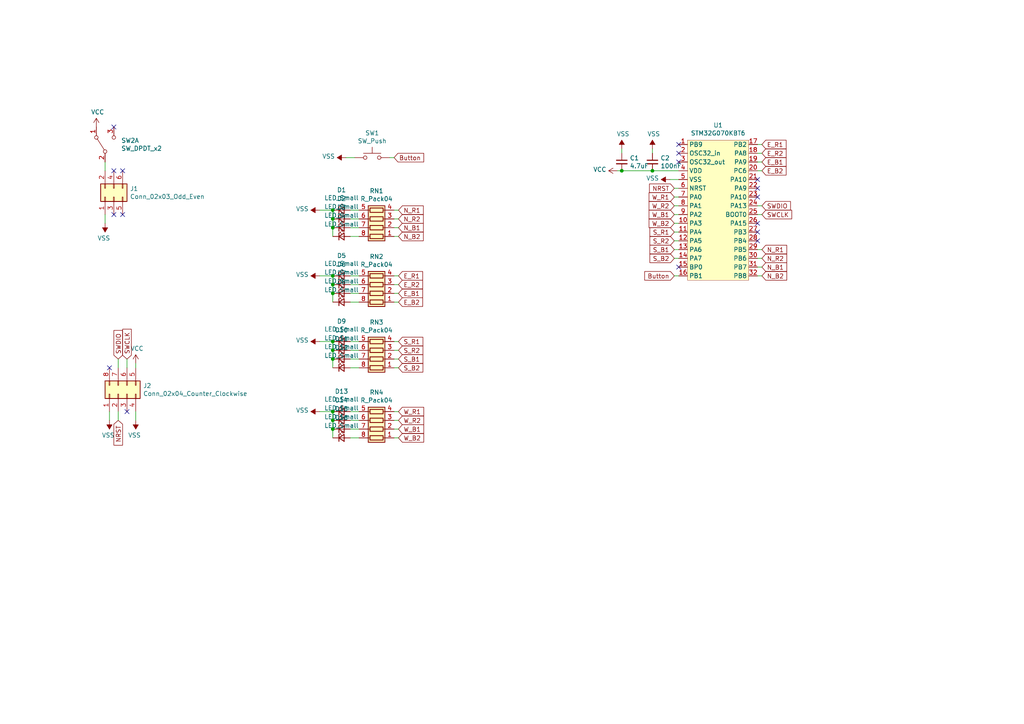
<source format=kicad_sch>
(kicad_sch (version 20200618) (host eeschema "(5.99.0-2031-g4c5f3cb5b)")
  (page 1 1)
  (paper "A4")
  (lib_symbols
    (symbol "Connector_Generic:Conn_02x03_Odd_Even" (pin_names hide)
      (property "Reference" "J" (at 1.27 5.08 0))
      (property "Value" "Conn_02x03_Odd_Even" (at 1.27 -5.08 0))
      (symbol "Conn_02x03_Odd_Even_1_1"
        (rectangle (start -1.27 -2.413) (end 0 -2.667) (stroke (width 0.1524)))
        (rectangle (start -1.27 2.667) (end 0 2.413) (stroke (width 0.1524)))
        (rectangle (start -1.27 3.81) (end 3.81 -3.81) (stroke (width 0.254)) (fill (type background)))
        (rectangle (start -1.27 0.127) (end 0 -0.127) (stroke (width 0.1524)))
        (rectangle (start 3.81 -2.413) (end 2.54 -2.667) (stroke (width 0.1524)))
        (rectangle (start 3.81 2.667) (end 2.54 2.413) (stroke (width 0.1524)))
        (rectangle (start 3.81 0.127) (end 2.54 -0.127) (stroke (width 0.1524)))
        (pin passive line (at -5.08 2.54 0) (length 3.81) (name "Pin_1") (number "1"))
        (pin passive line (at 7.62 2.54 180) (length 3.81) (name "Pin_2") (number "2"))
        (pin passive line (at -5.08 0 0) (length 3.81) (name "Pin_3") (number "3"))
        (pin passive line (at 7.62 0 180) (length 3.81) (name "Pin_4") (number "4"))
        (pin passive line (at -5.08 -2.54 0) (length 3.81) (name "Pin_5") (number "5"))
        (pin passive line (at 7.62 -2.54 180) (length 3.81) (name "Pin_6") (number "6"))
      )
    )
    (symbol "Connector_Generic:Conn_02x04_Counter_Clockwise" (pin_names hide)
      (property "Reference" "J" (at 1.27 5.08 0))
      (property "Value" "Conn_02x04_Counter_Clockwise" (at 1.27 -7.62 0))
      (symbol "Conn_02x04_Counter_Clockwise_1_1"
        (rectangle (start -1.27 -4.953) (end 0 -5.207) (stroke (width 0.1524)))
        (rectangle (start -1.27 -2.413) (end 0 -2.667) (stroke (width 0.1524)))
        (rectangle (start -1.27 2.667) (end 0 2.413) (stroke (width 0.1524)))
        (rectangle (start -1.27 3.81) (end 3.81 -6.35) (stroke (width 0.254)) (fill (type background)))
        (rectangle (start -1.27 0.127) (end 0 -0.127) (stroke (width 0.1524)))
        (rectangle (start 3.81 -4.953) (end 2.54 -5.207) (stroke (width 0.1524)))
        (rectangle (start 3.81 -2.413) (end 2.54 -2.667) (stroke (width 0.1524)))
        (rectangle (start 3.81 2.667) (end 2.54 2.413) (stroke (width 0.1524)))
        (rectangle (start 3.81 0.127) (end 2.54 -0.127) (stroke (width 0.1524)))
        (pin passive line (at -5.08 2.54 0) (length 3.81) (name "Pin_1") (number "1"))
        (pin passive line (at -5.08 0 0) (length 3.81) (name "Pin_2") (number "2"))
        (pin passive line (at -5.08 -2.54 0) (length 3.81) (name "Pin_3") (number "3"))
        (pin passive line (at -5.08 -5.08 0) (length 3.81) (name "Pin_4") (number "4"))
        (pin passive line (at 7.62 -5.08 180) (length 3.81) (name "Pin_5") (number "5"))
        (pin passive line (at 7.62 -2.54 180) (length 3.81) (name "Pin_6") (number "6"))
        (pin passive line (at 7.62 0 180) (length 3.81) (name "Pin_7") (number "7"))
        (pin passive line (at 7.62 2.54 180) (length 3.81) (name "Pin_8") (number "8"))
      )
    )
    (symbol "Device:C_Small" (pin_numbers hide) (pin_names (offset 0.254) hide)
      (property "Reference" "C" (at 0.254 1.778 0))
      (property "Value" "C_Small" (at 0.254 -2.032 0))
      (symbol "C_Small_0_1"
        (polyline (pts (xy -1.524 -0.508) (xy 1.524 -0.508)) (stroke (width 0.3302)))
        (polyline (pts (xy -1.524 0.508) (xy 1.524 0.508)) (stroke (width 0.3048)))
      )
      (symbol "C_Small_1_1"
        (pin passive line (at 0 2.54 270) (length 2.032) (name "~") (number "1"))
        (pin passive line (at 0 -2.54 90) (length 2.032) (name "~") (number "2"))
      )
    )
    (symbol "Device:LED_Small" (pin_numbers hide) (pin_names (offset 0.254) hide)
      (property "Reference" "D" (at -1.27 3.175 0))
      (property "Value" "LED_Small" (at -4.445 -2.54 0))
      (symbol "LED_Small_0_1"
        (polyline (pts (xy -0.762 -1.016) (xy -0.762 1.016)) (stroke (width 0.254)))
        (polyline (pts (xy 1.016 0) (xy -0.762 0)))
        (polyline (pts (xy 0.762 -1.016) (xy -0.762 0) (xy 0.762 1.016) (xy 0.762 -1.016)) (stroke (width 0.254)))
        (polyline (pts (xy 0 0.762) (xy -0.508 1.27) (xy -0.254 1.27) (xy -0.508 1.27) (xy -0.508 1.016)))
        (polyline (pts (xy 0.508 1.27) (xy 0 1.778) (xy 0.254 1.778) (xy 0 1.778) (xy 0 1.524)))
      )
      (symbol "LED_Small_1_1"
        (pin passive line (at -2.54 0 0) (length 1.778) (name "K") (number "1"))
        (pin passive line (at 2.54 0 180) (length 1.778) (name "A") (number "2"))
      )
    )
    (symbol "Device:R_Pack04" (pin_names (offset 0) hide)
      (property "Reference" "RN" (at -7.62 0 90))
      (property "Value" "R_Pack04" (at 5.08 0 90))
      (symbol "R_Pack04_0_1"
        (rectangle (start -3.175 1.905) (end -1.905 -1.905) (stroke (width 0.254)))
        (rectangle (start -5.715 1.905) (end -4.445 -1.905) (stroke (width 0.254)))
        (rectangle (start -0.635 1.905) (end 0.635 -1.905) (stroke (width 0.254)))
        (rectangle (start -6.35 -2.413) (end 3.81 2.413) (stroke (width 0.254)) (fill (type background)))
        (rectangle (start 1.905 1.905) (end 3.175 -1.905) (stroke (width 0.254)))
        (polyline (pts (xy -2.54 -2.54) (xy -2.54 -1.905)))
        (polyline (pts (xy -2.54 1.905) (xy -2.54 2.54)))
        (polyline (pts (xy -5.08 -2.54) (xy -5.08 -1.905)))
        (polyline (pts (xy -5.08 1.905) (xy -5.08 2.54)))
        (polyline (pts (xy 0 -2.54) (xy 0 -1.905)))
        (polyline (pts (xy 0 1.905) (xy 0 2.54)))
        (polyline (pts (xy 2.54 -2.54) (xy 2.54 -1.905)))
        (polyline (pts (xy 2.54 1.905) (xy 2.54 2.54)))
      )
      (symbol "R_Pack04_1_1"
        (pin passive line (at -5.08 -5.08 90) (length 2.54) (name "R1.1") (number "1"))
        (pin passive line (at -5.08 5.08 270) (length 2.54) (name "R1.2") (number "8"))
        (pin passive line (at -2.54 -5.08 90) (length 2.54) (name "R2.1") (number "2"))
        (pin passive line (at -2.54 5.08 270) (length 2.54) (name "R2.2") (number "7"))
        (pin passive line (at 0 -5.08 90) (length 2.54) (name "R3.1") (number "3"))
        (pin passive line (at 0 5.08 270) (length 2.54) (name "R3.2") (number "6"))
        (pin passive line (at 2.54 -5.08 90) (length 2.54) (name "R4.1") (number "4"))
        (pin passive line (at 2.54 5.08 270) (length 2.54) (name "R4.2") (number "5"))
      )
    )
    (symbol "InfMirror:STM32G070KBT6"
      (property "Reference" "U" (at 3.81 -22.86 0))
      (property "Value" "STM32G070KBT6" (at -3.81 20.32 0))
      (symbol "STM32G070KBT6_0_1"
        (rectangle (start -12.7 19.05) (end 5.08 -21.59) (stroke (width 0.001)) (fill (type background)))
      )
      (symbol "STM32G070KBT6_1_1"
        (pin input line (at -15.24 17.78 0) (length 2.54) (name "PB9") (number "1"))
        (pin input line (at -15.24 15.24 0) (length 2.54) (name "OSC32_in") (number "2"))
        (pin input line (at -15.24 12.7 0) (length 2.54) (name "OSC32_out") (number "3"))
        (pin input line (at -15.24 10.16 0) (length 2.54) (name "VDD") (number "4"))
        (pin input line (at -15.24 7.62 0) (length 2.54) (name "VSS") (number "5"))
        (pin input line (at -15.24 5.08 0) (length 2.54) (name "NRST") (number "6"))
        (pin input line (at -15.24 2.54 0) (length 2.54) (name "PA0") (number "7"))
        (pin input line (at -15.24 0 0) (length 2.54) (name "PA1") (number "8"))
        (pin input line (at -15.24 -2.54 0) (length 2.54) (name "PA2") (number "9"))
        (pin input line (at -15.24 -5.08 0) (length 2.54) (name "PA3") (number "10"))
        (pin input line (at -15.24 -7.62 0) (length 2.54) (name "PA4") (number "11"))
        (pin input line (at -15.24 -10.16 0) (length 2.54) (name "PA5") (number "12"))
        (pin input line (at -15.24 -12.7 0) (length 2.54) (name "PA6") (number "13"))
        (pin input line (at -15.24 -15.24 0) (length 2.54) (name "PA7") (number "14"))
        (pin input line (at -15.24 -17.78 0) (length 2.54) (name "BP0") (number "15"))
        (pin input line (at -15.24 -20.32 0) (length 2.54) (name "PB1") (number "16"))
        (pin input line (at 7.62 17.78 180) (length 2.54) (name "PB2") (number "17"))
        (pin input line (at 7.62 15.24 180) (length 2.54) (name "PA8") (number "18"))
        (pin input line (at 7.62 12.7 180) (length 2.54) (name "PA9") (number "19"))
        (pin input line (at 7.62 10.16 180) (length 2.54) (name "PC6") (number "20"))
        (pin input line (at 7.62 7.62 180) (length 2.54) (name "PA10") (number "21"))
        (pin input line (at 7.62 5.08 180) (length 2.54) (name "PA9") (number "22"))
        (pin input line (at 7.62 2.54 180) (length 2.54) (name "PA10") (number "23"))
        (pin input line (at 7.62 0 180) (length 2.54) (name "PA13") (number "24"))
        (pin input line (at 7.62 -2.54 180) (length 2.54) (name "BOOT0") (number "25"))
        (pin input line (at 7.62 -5.08 180) (length 2.54) (name "PA15") (number "26"))
        (pin input line (at 7.62 -7.62 180) (length 2.54) (name "PB3") (number "27"))
        (pin input line (at 7.62 -10.16 180) (length 2.54) (name "PB4") (number "28"))
        (pin input line (at 7.62 -12.7 180) (length 2.54) (name "PB5") (number "29"))
        (pin input line (at 7.62 -15.24 180) (length 2.54) (name "PB6") (number "30"))
        (pin input line (at 7.62 -17.78 180) (length 2.54) (name "PB7") (number "31"))
        (pin input line (at 7.62 -20.32 180) (length 2.54) (name "PB8") (number "32"))
      )
    )
    (symbol "Switch:SW_DPDT_x2" (pin_names (offset 0) hide)
      (property "Reference" "SW" (at 0 4.318 0))
      (property "Value" "SW_DPDT_x2" (at 0 -5.08 0))
      (symbol "SW_DPDT_x2_0_0"
        (circle (center -2.032 0) (radius 0.508))
        (circle (center 2.032 -2.54) (radius 0.508))
      )
      (symbol "SW_DPDT_x2_0_1"
        (circle (center 2.032 2.54) (radius 0.508))
        (polyline (pts (xy -1.524 0.254) (xy 1.651 2.286)))
      )
      (symbol "SW_DPDT_x2_1_1"
        (pin passive line (at 5.08 2.54 180) (length 2.54) (name "A") (number "1"))
        (pin passive line (at -5.08 0 0) (length 2.54) (name "B") (number "2"))
        (pin passive line (at 5.08 -2.54 180) (length 2.54) (name "C") (number "3"))
      )
      (symbol "SW_DPDT_x2_2_1"
        (pin passive line (at 5.08 2.54 180) (length 2.54) (name "A") (number "4"))
        (pin passive line (at -5.08 0 0) (length 2.54) (name "B") (number "5"))
        (pin passive line (at 5.08 -2.54 180) (length 2.54) (name "C") (number "6"))
      )
    )
    (symbol "Switch:SW_Push" (pin_numbers hide) (pin_names hide)
      (property "Reference" "SW" (at 1.27 2.54 0))
      (property "Value" "SW_Push" (at 0 -1.524 0))
      (symbol "SW_Push_0_1"
        (circle (center -2.032 0) (radius 0.508))
        (circle (center 2.032 0) (radius 0.508))
        (polyline (pts (xy 0 1.27) (xy 0 3.048)))
        (polyline (pts (xy 2.54 1.27) (xy -2.54 1.27)))
        (pin passive line (at -5.08 0 0) (length 2.54) (name "1") (number "1"))
        (pin passive line (at 5.08 0 180) (length 2.54) (name "2") (number "2"))
      )
    )
    (symbol "power:VCC" (power) (pin_names (offset 0))
      (property "Value" "VCC" (at 0 3.81 0))
      (symbol "VCC_0_1"
        (polyline (pts (xy -0.762 1.27) (xy 0 2.54)))
        (polyline (pts (xy 0 0) (xy 0 2.54)))
        (polyline (pts (xy 0 2.54) (xy 0.762 1.27)))
      )
      (symbol "VCC_1_1"
        (pin power_in line (at 0 0 90) (length 0) hide (name "VCC") (number "1"))
      )
    )
    (symbol "power:VSS" (power) (pin_names (offset 0))
      (property "Value" "VSS" (at 0 3.81 0))
      (symbol "VSS_0_1"
        (polyline (pts (xy 0 0) (xy 0 2.54)))
        (polyline (pts (xy 0.762 1.27) (xy -0.762 1.27) (xy 0 2.54) (xy 0.762 1.27)) (fill (type outline)))
      )
      (symbol "VSS_1_1"
        (pin power_in line (at 0 0 90) (length 0) hide (name "VSS") (number "1"))
      )
    )
  )
  (junction (at 96.52 60.96))
  (junction (at 96.52 63.5))
  (junction (at 96.52 66.04))
  (junction (at 96.52 80.01))
  (junction (at 96.52 82.55))
  (junction (at 96.52 85.09))
  (junction (at 96.52 99.06))
  (junction (at 96.52 101.6))
  (junction (at 96.52 104.14))
  (junction (at 96.52 119.38))
  (junction (at 96.52 121.92))
  (junction (at 96.52 124.46))
  (junction (at 180.34 49.53))
  (junction (at 189.23 49.53))
  (no_connect (at 33.02 49.53))
  (no_connect (at 33.02 62.23))
  (no_connect (at 35.56 49.53))
  (no_connect (at 35.56 62.23))
  (no_connect (at 196.85 41.91))
  (no_connect (at 196.85 44.45))
  (no_connect (at 196.85 46.99))
  (no_connect (at 196.85 77.47))
  (no_connect (at 219.71 52.07))
  (no_connect (at 219.71 54.61))
  (no_connect (at 219.71 57.15))
  (no_connect (at 219.71 64.77))
  (no_connect (at 219.71 67.31))
  (no_connect (at 219.71 69.85))
  (no_connect (at 33.02 36.83))
  (no_connect (at 36.83 119.38))
  (no_connect (at 31.75 106.68))
  (wire (pts (xy 30.48 46.99) (xy 30.48 49.53)))
  (wire (pts (xy 30.48 62.23) (xy 30.48 64.77)))
  (wire (pts (xy 31.75 119.38) (xy 31.75 121.92)))
  (wire (pts (xy 34.29 104.14) (xy 34.29 106.68)))
  (wire (pts (xy 34.29 119.38) (xy 34.29 121.92)))
  (wire (pts (xy 36.83 104.14) (xy 36.83 106.68)))
  (wire (pts (xy 39.37 105.41) (xy 39.37 106.68)))
  (wire (pts (xy 39.37 119.38) (xy 39.37 121.92)))
  (wire (pts (xy 92.71 60.96) (xy 96.52 60.96)))
  (wire (pts (xy 92.71 80.01) (xy 96.52 80.01)))
  (wire (pts (xy 92.71 99.06) (xy 96.52 99.06)))
  (wire (pts (xy 92.71 119.38) (xy 96.52 119.38)))
  (wire (pts (xy 96.52 60.96) (xy 96.52 63.5)))
  (wire (pts (xy 96.52 63.5) (xy 96.52 66.04)))
  (wire (pts (xy 96.52 66.04) (xy 96.52 68.58)))
  (wire (pts (xy 96.52 80.01) (xy 96.52 82.55)))
  (wire (pts (xy 96.52 82.55) (xy 96.52 85.09)))
  (wire (pts (xy 96.52 85.09) (xy 96.52 87.63)))
  (wire (pts (xy 96.52 99.06) (xy 96.52 101.6)))
  (wire (pts (xy 96.52 101.6) (xy 96.52 104.14)))
  (wire (pts (xy 96.52 104.14) (xy 96.52 106.68)))
  (wire (pts (xy 96.52 119.38) (xy 96.52 121.92)))
  (wire (pts (xy 96.52 121.92) (xy 96.52 124.46)))
  (wire (pts (xy 96.52 124.46) (xy 96.52 127)))
  (wire (pts (xy 100.33 45.72) (xy 102.87 45.72)))
  (wire (pts (xy 101.6 60.96) (xy 104.14 60.96)))
  (wire (pts (xy 101.6 63.5) (xy 104.14 63.5)))
  (wire (pts (xy 101.6 66.04) (xy 104.14 66.04)))
  (wire (pts (xy 101.6 68.58) (xy 104.14 68.58)))
  (wire (pts (xy 101.6 80.01) (xy 104.14 80.01)))
  (wire (pts (xy 101.6 82.55) (xy 104.14 82.55)))
  (wire (pts (xy 101.6 85.09) (xy 104.14 85.09)))
  (wire (pts (xy 101.6 87.63) (xy 104.14 87.63)))
  (wire (pts (xy 101.6 99.06) (xy 104.14 99.06)))
  (wire (pts (xy 101.6 101.6) (xy 104.14 101.6)))
  (wire (pts (xy 101.6 104.14) (xy 104.14 104.14)))
  (wire (pts (xy 101.6 106.68) (xy 104.14 106.68)))
  (wire (pts (xy 101.6 119.38) (xy 104.14 119.38)))
  (wire (pts (xy 101.6 121.92) (xy 104.14 121.92)))
  (wire (pts (xy 101.6 124.46) (xy 104.14 124.46)))
  (wire (pts (xy 101.6 127) (xy 104.14 127)))
  (wire (pts (xy 113.03 45.72) (xy 114.3 45.72)))
  (wire (pts (xy 114.3 60.96) (xy 115.57 60.96)))
  (wire (pts (xy 114.3 63.5) (xy 115.57 63.5)))
  (wire (pts (xy 114.3 66.04) (xy 115.57 66.04)))
  (wire (pts (xy 114.3 68.58) (xy 115.57 68.58)))
  (wire (pts (xy 114.3 80.01) (xy 115.57 80.01)))
  (wire (pts (xy 114.3 82.55) (xy 115.57 82.55)))
  (wire (pts (xy 114.3 85.09) (xy 115.57 85.09)))
  (wire (pts (xy 114.3 87.63) (xy 115.57 87.63)))
  (wire (pts (xy 114.3 99.06) (xy 115.57 99.06)))
  (wire (pts (xy 114.3 101.6) (xy 115.57 101.6)))
  (wire (pts (xy 114.3 104.14) (xy 115.57 104.14)))
  (wire (pts (xy 114.3 106.68) (xy 115.57 106.68)))
  (wire (pts (xy 114.3 119.38) (xy 115.57 119.38)))
  (wire (pts (xy 114.3 121.92) (xy 115.57 121.92)))
  (wire (pts (xy 114.3 124.46) (xy 115.57 124.46)))
  (wire (pts (xy 114.3 127) (xy 115.57 127)))
  (wire (pts (xy 179.07 49.53) (xy 180.34 49.53)))
  (wire (pts (xy 180.34 43.18) (xy 180.34 44.45)))
  (wire (pts (xy 180.34 49.53) (xy 189.23 49.53)))
  (wire (pts (xy 189.23 43.18) (xy 189.23 44.45)))
  (wire (pts (xy 189.23 49.53) (xy 196.85 49.53)))
  (wire (pts (xy 194.31 52.07) (xy 196.85 52.07)))
  (wire (pts (xy 195.58 54.61) (xy 196.85 54.61)))
  (wire (pts (xy 195.58 57.15) (xy 196.85 57.15)))
  (wire (pts (xy 195.58 59.69) (xy 196.85 59.69)))
  (wire (pts (xy 195.58 62.23) (xy 196.85 62.23)))
  (wire (pts (xy 195.58 64.77) (xy 196.85 64.77)))
  (wire (pts (xy 195.58 67.31) (xy 196.85 67.31)))
  (wire (pts (xy 195.58 69.85) (xy 196.85 69.85)))
  (wire (pts (xy 195.58 72.39) (xy 196.85 72.39)))
  (wire (pts (xy 195.58 74.93) (xy 196.85 74.93)))
  (wire (pts (xy 195.58 80.01) (xy 196.85 80.01)))
  (wire (pts (xy 219.71 41.91) (xy 220.98 41.91)))
  (wire (pts (xy 219.71 44.45) (xy 220.98 44.45)))
  (wire (pts (xy 219.71 46.99) (xy 220.98 46.99)))
  (wire (pts (xy 219.71 49.53) (xy 220.98 49.53)))
  (wire (pts (xy 219.71 59.69) (xy 220.98 59.69)))
  (wire (pts (xy 219.71 62.23) (xy 220.98 62.23)))
  (wire (pts (xy 219.71 72.39) (xy 220.98 72.39)))
  (wire (pts (xy 219.71 74.93) (xy 220.98 74.93)))
  (wire (pts (xy 219.71 77.47) (xy 220.98 77.47)))
  (wire (pts (xy 219.71 80.01) (xy 220.98 80.01)))
  (global_label "SWDIO" (shape input) (at 34.29 104.14 90))
  (global_label "NRST" (shape input) (at 34.29 121.92 270))
  (global_label "SWCLK" (shape input) (at 36.83 104.14 90))
  (global_label "Button" (shape input) (at 114.3 45.72 0))
  (global_label "N_R1" (shape input) (at 115.57 60.96 0))
  (global_label "N_R2" (shape input) (at 115.57 63.5 0))
  (global_label "N_B1" (shape input) (at 115.57 66.04 0))
  (global_label "N_B2" (shape input) (at 115.57 68.58 0))
  (global_label "E_R1" (shape input) (at 115.57 80.01 0))
  (global_label "E_R2" (shape input) (at 115.57 82.55 0))
  (global_label "E_B1" (shape input) (at 115.57 85.09 0))
  (global_label "E_B2" (shape input) (at 115.57 87.63 0))
  (global_label "S_R1" (shape input) (at 115.57 99.06 0))
  (global_label "S_R2" (shape input) (at 115.57 101.6 0))
  (global_label "S_B1" (shape input) (at 115.57 104.14 0))
  (global_label "S_B2" (shape input) (at 115.57 106.68 0))
  (global_label "W_R1" (shape input) (at 115.57 119.38 0))
  (global_label "W_R2" (shape input) (at 115.57 121.92 0))
  (global_label "W_B1" (shape input) (at 115.57 124.46 0))
  (global_label "W_B2" (shape input) (at 115.57 127 0))
  (global_label "NRST" (shape input) (at 195.58 54.61 180))
  (global_label "W_R1" (shape input) (at 195.58 57.15 180))
  (global_label "W_R2" (shape input) (at 195.58 59.69 180))
  (global_label "W_B1" (shape input) (at 195.58 62.23 180))
  (global_label "W_B2" (shape input) (at 195.58 64.77 180))
  (global_label "S_R1" (shape input) (at 195.58 67.31 180))
  (global_label "S_R2" (shape input) (at 195.58 69.85 180))
  (global_label "S_B1" (shape input) (at 195.58 72.39 180))
  (global_label "S_B2" (shape input) (at 195.58 74.93 180))
  (global_label "Button" (shape input) (at 195.58 80.01 180))
  (global_label "E_R1" (shape input) (at 220.98 41.91 0))
  (global_label "E_R2" (shape input) (at 220.98 44.45 0))
  (global_label "E_B1" (shape input) (at 220.98 46.99 0))
  (global_label "E_B2" (shape input) (at 220.98 49.53 0))
  (global_label "SWDIO" (shape input) (at 220.98 59.69 0))
  (global_label "SWCLK" (shape input) (at 220.98 62.23 0))
  (global_label "N_R1" (shape input) (at 220.98 72.39 0))
  (global_label "N_R2" (shape input) (at 220.98 74.93 0))
  (global_label "N_B1" (shape input) (at 220.98 77.47 0))
  (global_label "N_B2" (shape input) (at 220.98 80.01 0))
  (symbol (lib_id "power:VCC") (at 27.94 36.83 0) (unit 1)
    (property "Reference" "#PWR04" (effects hide))
    (property "Value" "VCC" (at 28.3083 32.5056 0))
  )
  (symbol (lib_id "power:VSS") (at 30.48 64.77 180) (unit 1)
    (property "Reference" "#PWR08" (effects hide))
    (property "Value" "VSS" (at 30.1117 69.0944 0))
  )
  (symbol (lib_id "power:VSS") (at 31.75 121.92 180) (unit 1)
    (property "Reference" "#PWR011" (effects hide))
    (property "Value" "VSS" (at 31.3817 126.2444 0))
  )
  (symbol (lib_id "power:VCC") (at 39.37 105.41 0) (unit 1)
    (property "Reference" "#PWR09" (effects hide))
    (property "Value" "VCC" (at 39.7383 101.0856 0))
  )
  (symbol (lib_id "power:VSS") (at 39.37 121.92 180) (unit 1)
    (property "Reference" "#PWR?" (effects hide))
    (property "Value" "VSS" (at 39.0017 126.2444 0))
  )
  (symbol (lib_id "power:VSS") (at 92.71 60.96 90) (unit 1)
    (property "Reference" "#PWR07" (effects hide))
    (property "Value" "VSS" (at 89.5349 60.5917 90) (effects (justify left)))
  )
  (symbol (lib_id "power:VSS") (at 92.71 80.01 90) (unit 1)
    (property "Reference" "#PWR010" (effects hide))
    (property "Value" "VSS" (at 89.5349 79.6417 90) (effects (justify left)))
  )
  (symbol (lib_id "power:VSS") (at 92.71 99.06 90) (unit 1)
    (property "Reference" "#PWR012" (effects hide))
    (property "Value" "VSS" (at 89.5349 98.6917 90) (effects (justify left)))
  )
  (symbol (lib_id "power:VSS") (at 92.71 119.38 90) (unit 1)
    (property "Reference" "#PWR013" (effects hide))
    (property "Value" "VSS" (at 89.5349 119.0117 90) (effects (justify left)))
  )
  (symbol (lib_id "power:VSS") (at 100.33 45.72 90) (unit 1)
    (property "Reference" "#PWR03" (effects hide))
    (property "Value" "VSS" (at 97.1549 45.3517 90) (effects (justify left)))
  )
  (symbol (lib_id "power:VCC") (at 179.07 49.53 90) (unit 1)
    (property "Reference" "#PWR05" (effects hide))
    (property "Value" "VCC" (at 175.8949 49.1617 90) (effects (justify left)))
  )
  (symbol (lib_id "power:VSS") (at 180.34 43.18 0) (unit 1)
    (property "Reference" "#PWR01" (effects hide))
    (property "Value" "VSS" (at 180.7083 38.8556 0))
  )
  (symbol (lib_id "power:VSS") (at 189.23 43.18 0) (unit 1)
    (property "Reference" "#PWR02" (effects hide))
    (property "Value" "VSS" (at 189.5983 38.8556 0))
  )
  (symbol (lib_id "power:VSS") (at 194.31 52.07 90) (unit 1)
    (property "Reference" "#PWR06" (effects hide))
    (property "Value" "VSS" (at 191.1349 51.7017 90) (effects (justify left)))
  )
  (symbol (lib_id "Device:LED_Small") (at 99.06 60.96 0) (unit 1)
    (property "Reference" "D1" (at 99.06 55.0988 0))
    (property "Value" "LED_Small" (at 99.06 57.3975 0))
    (property "Footprint" "LED_SMD:LED_0603_1608Metric" (effects hide))
  )
  (symbol (lib_id "Device:LED_Small") (at 99.06 63.5 0) (unit 1)
    (property "Reference" "D2" (at 99.06 57.6388 0))
    (property "Value" "LED_Small" (at 99.06 59.9375 0))
    (property "Footprint" "LED_SMD:LED_0603_1608Metric" (effects hide))
  )
  (symbol (lib_id "Device:LED_Small") (at 99.06 66.04 0) (unit 1)
    (property "Reference" "D3" (at 99.06 60.1788 0))
    (property "Value" "LED_Small" (at 99.06 62.4775 0))
    (property "Footprint" "LED_SMD:LED_0603_1608Metric" (effects hide))
  )
  (symbol (lib_id "Device:LED_Small") (at 99.06 68.58 0) (unit 1)
    (property "Reference" "D4" (at 99.06 62.7188 0))
    (property "Value" "LED_Small" (at 99.06 65.0175 0))
    (property "Footprint" "LED_SMD:LED_0603_1608Metric" (effects hide))
  )
  (symbol (lib_id "Device:LED_Small") (at 99.06 80.01 0) (unit 1)
    (property "Reference" "D5" (at 99.06 74.1488 0))
    (property "Value" "LED_Small" (at 99.06 76.4475 0))
    (property "Footprint" "LED_SMD:LED_0603_1608Metric" (effects hide))
  )
  (symbol (lib_id "Device:LED_Small") (at 99.06 82.55 0) (unit 1)
    (property "Reference" "D6" (at 99.06 76.6888 0))
    (property "Value" "LED_Small" (at 99.06 78.9875 0))
    (property "Footprint" "LED_SMD:LED_0603_1608Metric" (effects hide))
  )
  (symbol (lib_id "Device:LED_Small") (at 99.06 85.09 0) (unit 1)
    (property "Reference" "D7" (at 99.06 79.2288 0))
    (property "Value" "LED_Small" (at 99.06 81.5275 0))
    (property "Footprint" "LED_SMD:LED_0603_1608Metric" (effects hide))
  )
  (symbol (lib_id "Device:LED_Small") (at 99.06 87.63 0) (unit 1)
    (property "Reference" "D8" (at 99.06 81.7688 0))
    (property "Value" "LED_Small" (at 99.06 84.0675 0))
    (property "Footprint" "LED_SMD:LED_0603_1608Metric" (effects hide))
  )
  (symbol (lib_id "Device:LED_Small") (at 99.06 99.06 0) (unit 1)
    (property "Reference" "D9" (at 99.06 93.1988 0))
    (property "Value" "LED_Small" (at 99.06 95.4975 0))
    (property "Footprint" "LED_SMD:LED_0603_1608Metric" (effects hide))
  )
  (symbol (lib_id "Device:LED_Small") (at 99.06 101.6 0) (unit 1)
    (property "Reference" "D10" (at 99.06 95.7388 0))
    (property "Value" "LED_Small" (at 99.06 98.0375 0))
    (property "Footprint" "LED_SMD:LED_0603_1608Metric" (effects hide))
  )
  (symbol (lib_id "Device:LED_Small") (at 99.06 104.14 0) (unit 1)
    (property "Reference" "D11" (at 99.06 98.2788 0))
    (property "Value" "LED_Small" (at 99.06 100.5775 0))
    (property "Footprint" "LED_SMD:LED_0603_1608Metric" (effects hide))
  )
  (symbol (lib_id "Device:LED_Small") (at 99.06 106.68 0) (unit 1)
    (property "Reference" "D12" (at 99.06 100.8188 0))
    (property "Value" "LED_Small" (at 99.06 103.1175 0))
    (property "Footprint" "LED_SMD:LED_0603_1608Metric" (effects hide))
  )
  (symbol (lib_id "Device:LED_Small") (at 99.06 119.38 0) (unit 1)
    (property "Reference" "D13" (at 99.06 113.5188 0))
    (property "Value" "LED_Small" (at 99.06 115.8175 0))
    (property "Footprint" "LED_SMD:LED_0603_1608Metric" (effects hide))
  )
  (symbol (lib_id "Device:LED_Small") (at 99.06 121.92 0) (unit 1)
    (property "Reference" "D14" (at 99.06 116.0588 0))
    (property "Value" "LED_Small" (at 99.06 118.3575 0))
    (property "Footprint" "LED_SMD:LED_0603_1608Metric" (effects hide))
  )
  (symbol (lib_id "Device:LED_Small") (at 99.06 124.46 0) (unit 1)
    (property "Reference" "D15" (at 99.06 118.5988 0))
    (property "Value" "LED_Small" (at 99.06 120.8975 0))
    (property "Footprint" "LED_SMD:LED_0603_1608Metric" (effects hide))
  )
  (symbol (lib_id "Device:LED_Small") (at 99.06 127 0) (unit 1)
    (property "Reference" "D16" (at 99.06 121.1388 0))
    (property "Value" "LED_Small" (at 99.06 123.4375 0))
    (property "Footprint" "LED_SMD:LED_0603_1608Metric" (effects hide))
  )
  (symbol (lib_id "Device:C_Small") (at 180.34 46.99 0) (unit 1)
    (property "Reference" "C1" (at 182.6642 45.8406 0) (effects (justify left)))
    (property "Value" "4.7uF" (at 182.664 48.139 0) (effects (justify left)))
    (property "Footprint" "Capacitor_SMD:C_0805_2012Metric" (effects hide))
  )
  (symbol (lib_id "Device:C_Small") (at 189.23 46.99 0) (unit 1)
    (property "Reference" "C2" (at 191.5542 45.8406 0) (effects (justify left)))
    (property "Value" "100nF" (at 191.554 48.139 0) (effects (justify left)))
    (property "Footprint" "Capacitor_SMD:C_0805_2012Metric" (effects hide))
  )
  (symbol (lib_id "Switch:SW_Push") (at 107.95 45.72 0) (unit 1)
    (property "Reference" "SW1" (at 107.95 38.5888 0))
    (property "Value" "SW_Push" (at 107.95 40.8875 0))
    (property "Footprint" "InfMirror:G71-Switch" (effects hide))
  )
  (symbol (lib_id "Switch:SW_DPDT_x2") (at 30.48 41.91 90) (unit 1)
    (property "Reference" "SW2" (at 35.1537 40.7606 90) (effects (justify right)))
    (property "Value" "SW_DPDT_x2" (at 35.1537 43.0593 90) (effects (justify right)))
    (property "Footprint" "BreadBoardPwr:SK-3296S_switch" (effects hide))
  )
  (symbol (lib_id "Connector_Generic:Conn_02x03_Odd_Even") (at 33.02 57.15 90) (unit 1)
    (property "Reference" "J1" (at 37.6937 54.7306 90) (effects (justify right)))
    (property "Value" "Conn_02x03_Odd_Even" (at 37.6937 57.0293 90) (effects (justify right)))
    (property "Footprint" "Connector_PinHeader_2.54mm:PinHeader_2x03_P2.54mm_Vertical_SMD" (effects hide))
  )
  (symbol (lib_id "Device:R_Pack04") (at 109.22 63.5 90) (unit 1)
    (property "Reference" "RN1" (at 109.22 55.3782 90))
    (property "Value" "R_Pack04" (at 109.22 57.6769 90))
    (property "Footprint" "Resistor_SMD:R_Array_Convex_4x0603" (effects hide))
  )
  (symbol (lib_id "Device:R_Pack04") (at 109.22 82.55 90) (unit 1)
    (property "Reference" "RN2" (at 109.22 74.4282 90))
    (property "Value" "R_Pack04" (at 109.22 76.7269 90))
    (property "Footprint" "Resistor_SMD:R_Array_Convex_4x0603" (effects hide))
  )
  (symbol (lib_id "Device:R_Pack04") (at 109.22 101.6 90) (unit 1)
    (property "Reference" "RN3" (at 109.22 93.4782 90))
    (property "Value" "R_Pack04" (at 109.22 95.7769 90))
    (property "Footprint" "Resistor_SMD:R_Array_Convex_4x0603" (effects hide))
  )
  (symbol (lib_id "Device:R_Pack04") (at 109.22 121.92 90) (unit 1)
    (property "Reference" "RN4" (at 109.22 113.7982 90))
    (property "Value" "R_Pack04" (at 109.22 116.0969 90))
    (property "Footprint" "Resistor_SMD:R_Array_Convex_4x0603" (effects hide))
  )
  (symbol (lib_id "Connector_Generic:Conn_02x04_Counter_Clockwise") (at 34.29 114.3 90) (unit 1)
    (property "Reference" "J2" (at 41.5037 111.8806 90) (effects (justify right)))
    (property "Value" "Conn_02x04_Counter_Clockwise" (at 41.5037 114.1793 90) (effects (justify right)))
    (property "Footprint" "MechanicalKeyboard:SOIC_clipProgSmall" (effects hide))
  )
  (symbol (lib_id "InfMirror:STM32G070KBT6") (at 212.09 59.69 0) (unit 1)
    (property "Reference" "U1" (at 208.28 36.3282 0))
    (property "Value" "STM32G070KBT6" (at 208.28 38.6269 0))
    (property "Footprint" "Package_QFP:LQFP-32_7x7mm_P0.8mm" (effects hide))
  )
)
</source>
